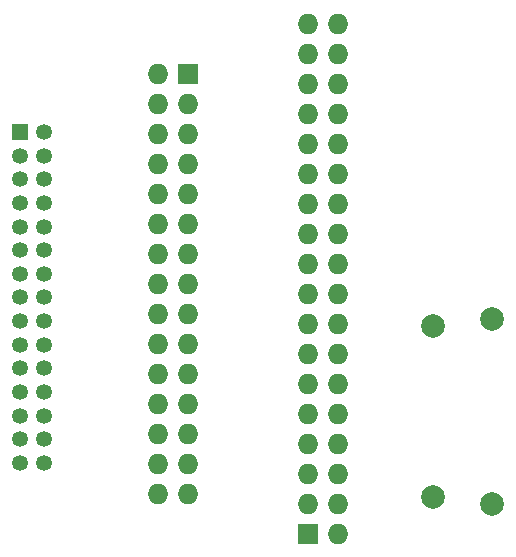
<source format=gbs>
G04 #@! TF.FileFunction,Soldermask,Bot*
%FSLAX46Y46*%
G04 Gerber Fmt 4.6, Leading zero omitted, Abs format (unit mm)*
G04 Created by KiCad (PCBNEW 4.0.2-stable) date 24/10/2016 06:45:45 p.m.*
%MOMM*%
G01*
G04 APERTURE LIST*
%ADD10C,0.100000*%
%ADD11R,1.727200X1.727200*%
%ADD12O,1.727200X1.727200*%
%ADD13C,2.000000*%
%ADD14R,1.350000X1.350000*%
%ADD15C,1.350000*%
G04 APERTURE END LIST*
D10*
D11*
X87493000Y-110890000D03*
D12*
X90033000Y-110890000D03*
X87493000Y-108350000D03*
X90033000Y-108350000D03*
X87493000Y-105810000D03*
X90033000Y-105810000D03*
X87493000Y-103270000D03*
X90033000Y-103270000D03*
X87493000Y-100730000D03*
X90033000Y-100730000D03*
X87493000Y-98190000D03*
X90033000Y-98190000D03*
X87493000Y-95650000D03*
X90033000Y-95650000D03*
X87493000Y-93110000D03*
X90033000Y-93110000D03*
X87493000Y-90570000D03*
X90033000Y-90570000D03*
X87493000Y-88030000D03*
X90033000Y-88030000D03*
X87493000Y-85490000D03*
X90033000Y-85490000D03*
X87493000Y-82950000D03*
X90033000Y-82950000D03*
X87493000Y-80410000D03*
X90033000Y-80410000D03*
X87493000Y-77870000D03*
X90033000Y-77870000D03*
X87493000Y-75330000D03*
X90033000Y-75330000D03*
X87493000Y-72790000D03*
X90033000Y-72790000D03*
X87493000Y-70250000D03*
X90033000Y-70250000D03*
X87493000Y-67710000D03*
X90033000Y-67710000D03*
D13*
X103060200Y-108427600D03*
X103060200Y-92727600D03*
X98110200Y-107827600D03*
X98110200Y-93327600D03*
D14*
X63134400Y-76904800D03*
D15*
X63134400Y-78904800D03*
X63134400Y-80904800D03*
X63134400Y-82904800D03*
X63134400Y-84904800D03*
X63134400Y-86904800D03*
X63134400Y-88904800D03*
X63134400Y-90904800D03*
X63134400Y-92904800D03*
X63134400Y-94904800D03*
X63134400Y-96904800D03*
X63134400Y-98904800D03*
X63134400Y-100904800D03*
X63134400Y-102904800D03*
X63134400Y-104904800D03*
X65134400Y-76904800D03*
X65134400Y-78904800D03*
X65134400Y-80904800D03*
X65134400Y-82904800D03*
X65134400Y-84904800D03*
X65134400Y-86904800D03*
X65134400Y-88904800D03*
X65134400Y-90904800D03*
X65134400Y-92904800D03*
X65134400Y-94904800D03*
X65134400Y-96904800D03*
X65134400Y-98904800D03*
X65134400Y-100904800D03*
X65134400Y-102904800D03*
X65134400Y-104904800D03*
D11*
X77333000Y-72002600D03*
D12*
X74793000Y-72002600D03*
X77333000Y-74542600D03*
X74793000Y-74542600D03*
X77333000Y-77082600D03*
X74793000Y-77082600D03*
X77333000Y-79622600D03*
X74793000Y-79622600D03*
X77333000Y-82162600D03*
X74793000Y-82162600D03*
X77333000Y-84702600D03*
X74793000Y-84702600D03*
X77333000Y-87242600D03*
X74793000Y-87242600D03*
X77333000Y-89782600D03*
X74793000Y-89782600D03*
X77333000Y-92322600D03*
X74793000Y-92322600D03*
X77333000Y-94862600D03*
X74793000Y-94862600D03*
X77333000Y-97402600D03*
X74793000Y-97402600D03*
X77333000Y-99942600D03*
X74793000Y-99942600D03*
X77333000Y-102482600D03*
X74793000Y-102482600D03*
X77333000Y-105022600D03*
X74793000Y-105022600D03*
X77333000Y-107562600D03*
X74793000Y-107562600D03*
M02*

</source>
